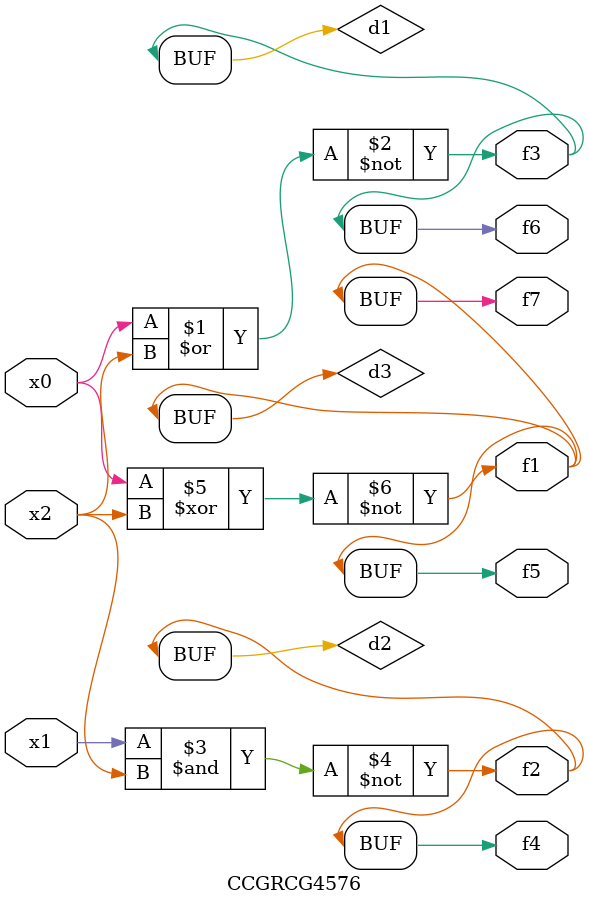
<source format=v>
module CCGRCG4576(
	input x0, x1, x2,
	output f1, f2, f3, f4, f5, f6, f7
);

	wire d1, d2, d3;

	nor (d1, x0, x2);
	nand (d2, x1, x2);
	xnor (d3, x0, x2);
	assign f1 = d3;
	assign f2 = d2;
	assign f3 = d1;
	assign f4 = d2;
	assign f5 = d3;
	assign f6 = d1;
	assign f7 = d3;
endmodule

</source>
